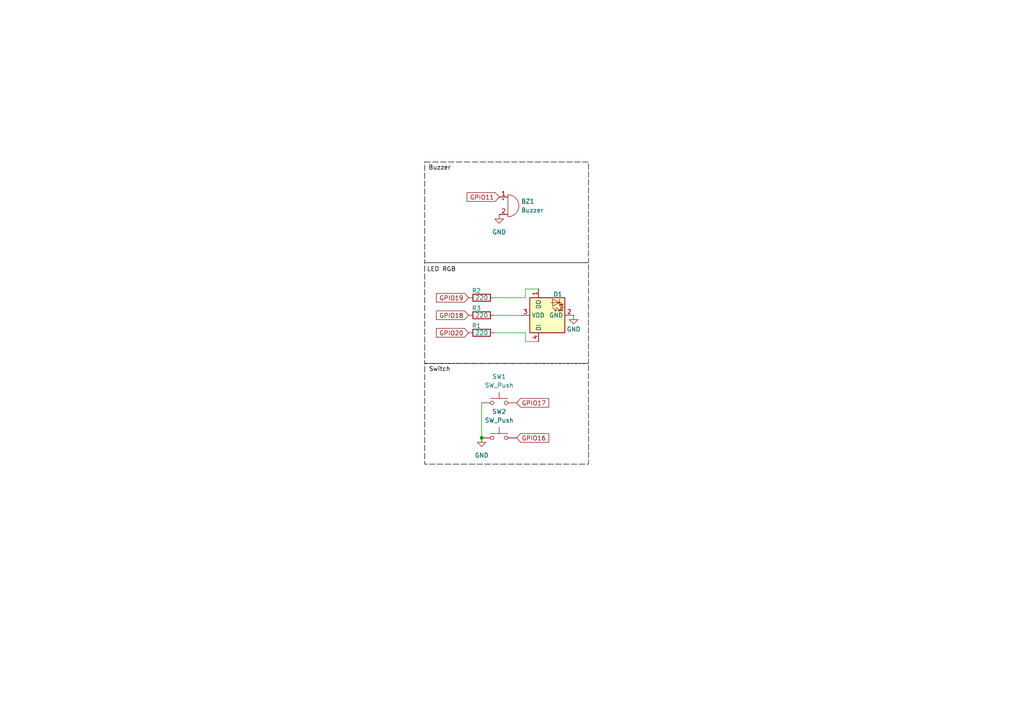
<source format=kicad_sch>
(kicad_sch (version 20250114) (generator "eeschema") (generator_version "9.0")
  (paper "A4")
  (title_block (title "Raspberry Pi Pico Logger - Peripherals") (date "2025-06-21") (rev "2.0") (company "Creator: Piotr Kłyś"))
  (lib_symbols
    (symbol "Device:Buzzer" (pin_names (offset 0.0254) (hide yes))
      (property "Reference" "BZ" (at 3.81 1.27 0))
      (property "Value" "Buzzer" (at 3.81 -1.27 0))
      (symbol "Buzzer_0_1"
        (polyline (pts (xy -1.651 1.905) (xy -1.143 1.905)))
        (polyline (pts (xy -1.397 2.159) (xy -1.397 1.651)))
        (arc (start 0 3.175) (mid 3.1612 0) (end 0 -3.175))
        (polyline (pts (xy 0 3.175) (xy 0 -3.175)))
      )
      (symbol "Buzzer_1_1"
        (pin passive line (at -2.54 2.54 0) (length 2.54) (name "+") (number "1"))
        (pin passive line (at -2.54 -2.54 0) (length 2.54) (name "-") (number "2"))
      )
    )
    (symbol "Device:R" (pin_numbers (hide yes)) (pin_names (offset 0))
      (property "Reference" "R" (at 2.032 0 90))
      (property "Value" "R" (at 0 0 90))
      (symbol "R_0_1"
        (rectangle (start -1.016 -2.54) (end 1.016 2.54) (stroke (width 0.254)))
      )
      (symbol "R_1_1"
        (pin passive line (at 0 3.81 270) (length 1.27) (name "~") (number "1"))
        (pin passive line (at 0 -3.81 90) (length 1.27) (name "~") (number "2"))
      )
    )
    (symbol "LED:APA-106-F5"
      (property "Reference" "D" (at 5.08 5.715 0))
      (property "Value" "APA-106-F5" (at 1.27 -5.715 0))
      (symbol "APA-106-F5_0_0"
        (text "RGB" (at 2.286 -4.191 0) (effects (font (size 0.762 0.762))))
      )
      (symbol "APA-106-F5_0_1"
        (polyline (pts (xy 1.27 -2.54) (xy 1.778 -2.54)))
        (polyline (pts (xy 1.27 -3.556) (xy 1.778 -3.556)))
        (polyline (pts (xy 2.286 -1.524) (xy 1.27 -2.54) (xy 1.27 -2.032)))
        (polyline (pts (xy 2.286 -2.54) (xy 1.27 -3.556) (xy 1.27 -3.048)))
        (polyline (pts (xy 3.683 -1.016) (xy 3.683 -3.556) (xy 3.683 -4.064)))
        (polyline (pts (xy 4.699 -1.524) (xy 2.667 -1.524) (xy 3.683 -3.556) (xy 4.699 -1.524)))
        (polyline (pts (xy 4.699 -3.556) (xy 2.667 -3.556)))
        (rectangle (start 5.08 5.08) (end -5.08 -5.08) (stroke (width 0.254)) (fill (type background)))
      )
      (symbol "APA-106-F5_1_1"
        (pin input line (at -7.62 2.54 0) (length 2.54) (name "DI") (number "4"))
        (pin power_in line (at 0 7.62 270) (length 2.54) (name "VDD") (number "3"))
        (pin power_in line (at 0 -7.62 90) (length 2.54) (name "GND") (number "2"))
        (pin output line (at 7.62 2.54 180) (length 2.54) (name "DO") (number "1"))
      )
    )
    (symbol "Switch:SW_Push" (pin_numbers (hide yes)) (pin_names (offset 1.016) (hide yes))
      (property "Reference" "SW" (at 1.27 2.54 0))
      (property "Value" "SW_Push" (at 0 -1.524 0))
      (symbol "SW_Push_0_1"
        (circle (center -2.032 0) (radius 0.508))
        (polyline (pts (xy 0 1.27) (xy 0 3.048)))
        (circle (center 2.032 0) (radius 0.508))
        (polyline (pts (xy 2.54 1.27) (xy -2.54 1.27)))
        (pin passive line (at -5.08 0 0) (length 2.54) (name "1") (number "1"))
        (pin passive line (at 5.08 0 180) (length 2.54) (name "2") (number "2"))
      )
    )
    (symbol "power:GND" (power) (pin_numbers (hide yes)) (pin_names (offset 0) (hide yes))
      (property "Value" "GND" (at 0 -3.81 0))
      (symbol "GND_0_1"
        (polyline (pts (xy 0 0) (xy 0 -1.27) (xy 1.27 -1.27) (xy 0 -2.54) (xy -1.27 -1.27) (xy 0 -1.27)))
      )
      (symbol "GND_1_1"
        (pin power_in line (at 0 0 270) (length 0) (name "~") (number "1"))
      )
    )
  )
  (rectangle (start 123.19 105.41) (end 170.688 134.62) (stroke (width 0) (type dash) (color 0 0 0 1)))
  (rectangle (start 123.19 46.99) (end 170.688 76.2) (stroke (width 0) (type dash) (color 0 0 0 1)))
  (rectangle (start 123.19 76.2) (end 170.688 105.41) (stroke (width 0) (type dash) (color 0 0 0 1)))
  (text "Switch" (at 127.508 107.188 0) (effects (font (size 1.27 1.27))))
  (text "Buzzer" (at 127.508 48.768 0) (effects (font (size 1.27 1.27))))
  (text "LED RGB" (at 128.016 78.232 0) (effects (font (size 1.27 1.27))))
  (junction (at 139.7 127))
  (wire (pts (xy 143.51 96.52) (xy 152.4 96.52)))
  (wire (pts (xy 152.4 99.06) (xy 156.21 99.06)))
  (wire (pts (xy 139.7 116.84) (xy 139.7 127)))
  (wire (pts (xy 143.51 91.44) (xy 151.13 91.44)))
  (wire (pts (xy 152.4 83.82) (xy 156.21 83.82)))
  (wire (pts (xy 143.51 86.36) (xy 152.4 86.36)))
  (wire (pts (xy 152.4 86.36) (xy 152.4 83.82)))
  (wire (pts (xy 152.4 96.52) (xy 152.4 99.06)))
  (global_label "GPIO17" (shape input) (at 149.86 116.84 0) (property "Intersheetrefs" "${INTERSHEET_REFS}" (effects (hide yes))))
  (global_label "GPIO16" (shape input) (at 149.86 127 0) (property "Intersheetrefs" "${INTERSHEET_REFS}" (effects (hide yes))))
  (global_label "GPIO18" (shape input) (at 135.89 91.44 180) (property "Intersheetrefs" "${INTERSHEET_REFS}" (effects (hide yes))))
  (global_label "GPIO19" (shape input) (at 135.89 86.36 180) (property "Intersheetrefs" "${INTERSHEET_REFS}" (effects (hide yes))))
  (global_label "GPIO11" (shape input) (at 144.78 57.15 180) (property "Intersheetrefs" "${INTERSHEET_REFS}" (effects (hide yes))))
  (global_label "GPIO20" (shape input) (at 135.89 96.52 180) (property "Intersheetrefs" "${INTERSHEET_REFS}" (effects (hide yes))))
  (symbol (lib_id "Device:Buzzer") (at 147.32 59.69 0) (unit 1)
    (property "Reference" "BZ1" (at 151.13 58.4199 0) (effects (justify left)))
    (property "Value" "Buzzer" (at 151.13 60.9599 0) (effects (justify left)))
    (property "Footprint" "Buzzer_Beeper:Buzzer_12x9.5RM7.6" (effects (hide yes)))
    (property "Description" "Buzzer, polarized" (effects (hide yes)))
  )
  (symbol (lib_id "power:GND") (at 139.7 127 0) (unit 1)
    (property "Reference" "#PWR021" (effects (hide yes)))
    (property "Value" "GND" (at 139.7 132.08 0))
    (property "Description" "Power symbol creates a global label with name \"GND\" , ground" (effects (hide yes)))
  )
  (symbol (lib_id "Device:R") (at 139.7 86.36 270) (unit 1)
    (property "Reference" "R2" (at 138.176 84.328 90))
    (property "Value" "220" (at 139.7 86.36 90))
    (property "Footprint" "Resistor_SMD:R_0805_2012Metric" (effects (hide yes)))
    (property "Description" "Resistor" (effects (hide yes)))
  )
  (symbol (lib_id "Device:R") (at 139.7 91.44 270) (unit 1)
    (property "Reference" "R3" (at 138.176 89.408 90))
    (property "Value" "220" (at 139.7 91.44 90))
    (property "Footprint" "Resistor_SMD:R_0805_2012Metric" (effects (hide yes)))
    (property "Description" "Resistor" (effects (hide yes)))
  )
  (symbol (lib_id "LED:APA-106-F5") (at 158.75 91.44 90) (unit 1)
    (property "Reference" "D1" (at 161.798 85.344 90))
    (property "Value" "APA-106-F5" (effects (hide yes)))
    (property "Footprint" "LED_SMD:LED_Avago_PLCC4_3.2x2.8mm_CW" (effects (hide yes)))
    (property "Datasheet" "https://cdn.sparkfun.com/datasheets/Components/LED/COM-12877.pdf" (effects (hide yes)))
    (property "Description" "RGB LED with integrated controller, 5mm Package" (effects (hide yes)))
  )
  (symbol (lib_id "power:GND") (at 144.78 62.23 0) (unit 1)
    (property "Reference" "#PWR05" (effects (hide yes)))
    (property "Value" "GND" (at 144.78 67.31 0))
    (property "Description" "Power symbol creates a global label with name \"GND\" , ground" (effects (hide yes)))
  )
  (symbol (lib_id "Switch:SW_Push") (at 144.78 127 0) (unit 1)
    (property "Reference" "SW2" (at 144.78 119.38 0))
    (property "Value" "SW_Push" (at 144.78 121.92 0))
    (property "Footprint" "Button_Switch_THT:SW_PUSH_6mm" (effects (hide yes)))
    (property "Description" "Push button switch, generic, two pins" (effects (hide yes)))
  )
  (symbol (lib_id "Device:R") (at 139.7 96.52 270) (unit 1)
    (property "Reference" "R1" (at 138.176 94.488 90))
    (property "Value" "220" (at 139.7 96.52 90))
    (property "Footprint" "Resistor_SMD:R_0805_2012Metric" (effects (hide yes)))
    (property "Description" "Resistor" (effects (hide yes)))
  )
  (symbol (lib_id "power:GND") (at 166.37 91.44 0) (unit 1)
    (property "Reference" "#PWR03" (effects (hide yes)))
    (property "Value" "GND" (at 166.37 95.504 0))
    (property "Description" "Power symbol creates a global label with name \"GND\" , ground" (effects (hide yes)))
  )
  (symbol (lib_id "Switch:SW_Push") (at 144.78 116.84 0) (unit 1)
    (property "Reference" "SW1" (at 144.78 109.22 0))
    (property "Value" "SW_Push" (at 144.78 111.76 0))
    (property "Footprint" "Button_Switch_THT:SW_PUSH_6mm" (effects (hide yes)))
    (property "Description" "Push button switch, generic, two pins" (effects (hide yes)))
  )
)
</source>
